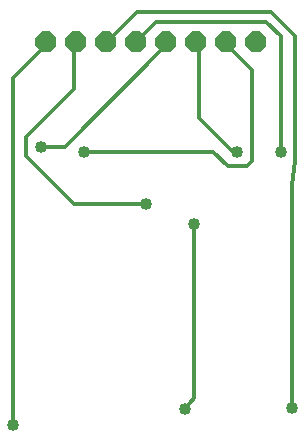
<source format=gbl>
G75*
%MOIN*%
%OFA0B0*%
%FSLAX25Y25*%
%IPPOS*%
%LPD*%
%AMOC8*
5,1,8,0,0,1.08239X$1,22.5*
%
%ADD10OC8,0.07000*%
%ADD11C,0.01200*%
%ADD12C,0.04000*%
D10*
X0021879Y0152784D03*
X0031879Y0152784D03*
X0041879Y0152784D03*
X0051879Y0152784D03*
X0061879Y0152784D03*
X0071879Y0152784D03*
X0081879Y0152784D03*
X0091879Y0152784D03*
D11*
X0095413Y0159413D02*
X0058613Y0159413D01*
X0052213Y0153013D01*
X0051879Y0152784D01*
X0042613Y0153013D02*
X0052213Y0162613D01*
X0097013Y0162613D01*
X0105013Y0154613D01*
X0105013Y0113013D01*
X0103902Y0105013D01*
X0103902Y0030550D01*
X0071413Y0033890D02*
X0068198Y0030225D01*
X0071413Y0033890D02*
X0071413Y0092213D01*
X0082613Y0111413D02*
X0089013Y0111413D01*
X0090613Y0113013D01*
X0090613Y0143413D01*
X0082613Y0151413D01*
X0081879Y0152784D01*
X0073013Y0151413D02*
X0071879Y0152784D01*
X0073013Y0151413D02*
X0073013Y0127413D01*
X0084213Y0116213D01*
X0085813Y0116213D01*
X0082613Y0111413D02*
X0077813Y0116213D01*
X0034613Y0116213D01*
X0028213Y0117813D02*
X0061813Y0151413D01*
X0061879Y0152784D01*
X0042613Y0153013D02*
X0041879Y0152784D01*
X0031879Y0152784D02*
X0031413Y0151413D01*
X0031413Y0137013D01*
X0015413Y0121013D01*
X0015413Y0114613D01*
X0031413Y0098613D01*
X0055413Y0098613D01*
X0028213Y0117813D02*
X0020213Y0117813D01*
X0011112Y0140828D02*
X0021813Y0151413D01*
X0021879Y0152784D01*
X0011112Y0140828D02*
X0011112Y0024891D01*
X0100213Y0154613D02*
X0095413Y0159413D01*
X0100213Y0154613D02*
X0100213Y0116213D01*
D12*
X0011112Y0024891D03*
X0055413Y0098613D03*
X0071413Y0092213D03*
X0085813Y0116213D03*
X0100213Y0116213D03*
X0103902Y0030550D03*
X0068198Y0030225D03*
X0034613Y0116213D03*
X0020213Y0117813D03*
M02*

</source>
